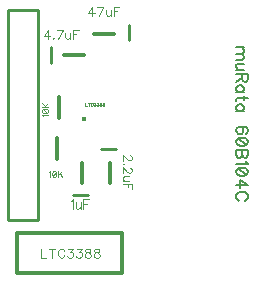
<source format=gbr>
G04 DipTrace 3.2.0.1*
G04 TopSilk.gbr*
%MOMM*%
G04 #@! TF.FileFunction,Legend,Top*
G04 #@! TF.Part,Single*
%ADD10C,0.25*%
%ADD14C,0.33*%
%ADD18C,0.3*%
%ADD20O,0.40001X0.39966*%
%ADD45C,0.15686*%
%ADD46C,0.07843*%
%ADD47C,0.11765*%
%ADD49C,0.03922*%
%FSLAX35Y35*%
G04*
G71*
G90*
G75*
G01*
G04 TopSilk*
%LPD*%
D20*
X714743Y1353169D3*
X438513Y1832690D2*
D10*
Y1962590D1*
X751377Y713200D2*
X621477D1*
X859577Y1097913D2*
X989477D1*
X67353Y500613D2*
X321353D1*
X67353Y2278613D2*
Y500613D1*
Y2278613D2*
X321353D1*
Y500613D1*
X1093073Y2153070D2*
Y2023170D1*
X146733Y389673D2*
D18*
X1035640D1*
Y56333D1*
X146733D1*
Y389673D1*
X488010Y1016670D2*
D14*
Y1191277D1*
X503883Y1365883D2*
Y1540490D1*
X694363Y810317D2*
Y984923D1*
X932463Y810317D2*
Y984923D1*
X972147Y2072247D2*
X797540D1*
X718173Y1897640D2*
X543567D1*
X2069231Y1962550D2*
D45*
X2001172D1*
X2049801D2*
X2064401Y1947950D1*
X2069231Y1938179D1*
Y1923691D1*
X2064401Y1913921D1*
X2049801Y1909091D1*
X2001172Y1909092D1*
X2049801Y1909091D2*
X2064401Y1894492D1*
X2069231Y1884721D1*
Y1870233D1*
X2064401Y1860462D1*
X2049801Y1855521D1*
X2001172D1*
X2069231Y1824148D2*
X2020601D1*
X2006114Y1819319D1*
X2001172Y1809548D1*
Y1794948D1*
X2006114Y1785290D1*
X2020601Y1770690D1*
X2069231D2*
X2001172D1*
X2054631Y1739317D2*
Y1695630D1*
X2059572Y1681030D1*
X2064401Y1676088D1*
X2074060Y1671259D1*
X2083831D1*
X2093489Y1676088D1*
X2098431Y1681030D1*
X2103260Y1695630D1*
Y1739317D1*
X2001172D1*
X2054631Y1705288D2*
X2001172Y1671259D1*
X2069231Y1581599D2*
X2001172D1*
X2054631D2*
X2064401Y1591257D1*
X2069231Y1601028D1*
Y1615516D1*
X2064401Y1625286D1*
X2054631Y1634945D1*
X2040031Y1639886D1*
X2030372D1*
X2015772Y1634945D1*
X2006114Y1625286D1*
X2001172Y1615516D1*
Y1601028D1*
X2006114Y1591257D1*
X2015772Y1581599D1*
X2103260Y1535626D2*
X2020601D1*
X2006114Y1530797D1*
X2001172Y1521026D1*
Y1511368D1*
X2069231Y1550226D2*
Y1516197D1*
Y1421707D2*
X2001172D1*
X2054631D2*
X2064401Y1431366D1*
X2069231Y1441137D1*
Y1455624D1*
X2064401Y1465395D1*
X2054631Y1475054D1*
X2040031Y1479995D1*
X2030372D1*
X2015772Y1475054D1*
X2006114Y1465395D1*
X2001172Y1455624D1*
Y1441137D1*
X2006114Y1431366D1*
X2015772Y1421707D1*
X2088660Y1233290D2*
X2098318Y1238119D1*
X2103148Y1252719D1*
Y1262378D1*
X2098318Y1276978D1*
X2083718Y1286748D1*
X2059460Y1291578D1*
X2035201D1*
X2015772Y1286749D1*
X2006001Y1276978D1*
X2001172Y1262378D1*
Y1257549D1*
X2006001Y1243061D1*
X2015772Y1233290D1*
X2030372Y1228461D1*
X2035201D1*
X2049801Y1233290D1*
X2059460Y1243061D1*
X2064289Y1257548D1*
Y1262378D1*
X2059460Y1276978D1*
X2049801Y1286749D1*
X2035201Y1291578D1*
X2103148Y1167888D2*
X2098318Y1182488D1*
X2083718Y1192259D1*
X2059460Y1197088D1*
X2044860D1*
X2020601Y1192259D1*
X2006001Y1182488D1*
X2001172Y1167888D1*
Y1158230D1*
X2006001Y1143630D1*
X2020601Y1133971D1*
X2044860Y1129030D1*
X2059460D1*
X2083718Y1133971D1*
X2098318Y1143630D1*
X2103148Y1158230D1*
Y1167888D1*
X2083718Y1133971D2*
X2020601Y1192259D1*
X2103260Y1097657D2*
X2001172D1*
Y1053857D1*
X2006114Y1039257D1*
X2010943Y1034428D1*
X2020601Y1029599D1*
X2035201D1*
X2044972Y1034428D1*
X2049801Y1039257D1*
X2054631Y1053857D1*
X2059572Y1039257D1*
X2064401Y1034428D1*
X2074060Y1029599D1*
X2083831D1*
X2093489Y1034428D1*
X2098431Y1039257D1*
X2103260Y1053857D1*
Y1097657D1*
X2054631D2*
Y1053857D1*
X2083718Y998226D2*
X2088660Y988455D1*
X2103148Y973855D1*
X2001172D1*
X2103148Y913283D2*
X2098318Y927883D1*
X2083718Y937654D1*
X2059460Y942483D1*
X2044860D1*
X2020601Y937654D1*
X2006001Y927883D1*
X2001172Y913283D1*
Y903624D1*
X2006001Y889024D1*
X2020601Y879366D1*
X2044860Y874424D1*
X2059460D1*
X2083718Y879366D1*
X2098318Y889024D1*
X2103148Y903624D1*
Y913283D1*
X2083718Y879366D2*
X2020601Y937654D1*
X2001172Y794423D2*
X2103148D1*
X2035201Y843052D1*
Y770164D1*
X2079001Y665904D2*
X2088660Y670733D1*
X2098431Y680504D1*
X2103260Y690162D1*
Y709592D1*
X2098431Y719362D1*
X2088660Y729021D1*
X2079001Y733962D1*
X2064401Y738792D1*
X2040031D1*
X2025543Y733962D1*
X2015772Y729021D1*
X2006114Y719362D1*
X2001172Y709592D1*
Y690162D1*
X2006114Y680504D1*
X2015772Y670733D1*
X2025543Y665904D1*
X352697Y258987D2*
D47*
Y182421D1*
X396413D1*
X445465Y258987D2*
Y182421D1*
X419943Y258987D2*
X470986D1*
X549182Y240793D2*
X545560Y248037D1*
X538232Y255365D1*
X530988Y258987D1*
X516416D1*
X509088Y255365D1*
X501844Y248037D1*
X498138Y240793D1*
X494516Y229843D1*
Y211565D1*
X498138Y200699D1*
X501844Y193371D1*
X509088Y186127D1*
X516416Y182421D1*
X530988D1*
X538232Y186127D1*
X545560Y193371D1*
X549182Y200699D1*
X580039Y258903D2*
X620049D1*
X598233Y229759D1*
X609183D1*
X616427Y226137D1*
X620049Y222515D1*
X623755Y211565D1*
Y204321D1*
X620049Y193371D1*
X612805Y186043D1*
X601855Y182421D1*
X590905D1*
X580039Y186043D1*
X576417Y189749D1*
X572711Y196993D1*
X654612Y258903D2*
X694622D1*
X672806Y229759D1*
X683756D1*
X691000Y226137D1*
X694622Y222515D1*
X698328Y211565D1*
Y204321D1*
X694622Y193371D1*
X687378Y186043D1*
X676428Y182421D1*
X665478D1*
X654612Y186043D1*
X650990Y189749D1*
X647284Y196993D1*
X740051Y258903D2*
X729186Y255281D1*
X725480Y248037D1*
Y240709D1*
X729186Y233465D1*
X736430Y229759D1*
X751001Y226137D1*
X761951Y222515D1*
X769195Y215187D1*
X772817Y207943D1*
Y196993D1*
X769195Y189749D1*
X765573Y186043D1*
X754623Y182421D1*
X740051D1*
X729186Y186043D1*
X725480Y189749D1*
X721858Y196993D1*
Y207943D1*
X725480Y215187D1*
X732808Y222515D1*
X743673Y226137D1*
X758245Y229759D1*
X765573Y233465D1*
X769195Y240709D1*
Y248037D1*
X765573Y255281D1*
X754623Y258903D1*
X740051D1*
X814540D2*
X803675Y255281D1*
X799969Y248037D1*
Y240709D1*
X803675Y233465D1*
X810919Y229759D1*
X825490Y226137D1*
X836440Y222515D1*
X843684Y215187D1*
X847306Y207943D1*
Y196993D1*
X843684Y189749D1*
X840062Y186043D1*
X829112Y182421D1*
X814540D1*
X803675Y186043D1*
X799969Y189749D1*
X796347Y196993D1*
Y207943D1*
X799969Y215187D1*
X807297Y222515D1*
X818162Y226137D1*
X832734Y229759D1*
X840062Y233465D1*
X843684Y240709D1*
Y248037D1*
X840062Y255281D1*
X829112Y258903D1*
X814540D1*
X368487Y1378895D2*
D46*
X366016Y1383781D1*
X358772Y1391081D1*
X409760D1*
X358772Y1421367D2*
X361187Y1414067D1*
X368487Y1409182D1*
X380616Y1406767D1*
X387916D1*
X400046Y1409182D1*
X407346Y1414067D1*
X409760Y1421367D1*
Y1426196D1*
X407345Y1433496D1*
X400045Y1438325D1*
X387916Y1440796D1*
X380616D1*
X368487Y1438325D1*
X361187Y1433496D1*
X358772Y1426196D1*
Y1421367D1*
X368487Y1438325D2*
X400046Y1409182D1*
X358716Y1456482D2*
X409760D1*
X358716Y1490512D2*
X392745Y1456482D1*
X380560Y1468612D2*
X409760Y1490512D1*
X786004Y2230083D2*
D47*
Y2306564D1*
X749532Y2255604D1*
X804198D1*
X842299Y2230083D2*
X878771Y2306564D1*
X827728D1*
X902301Y2281126D2*
Y2244654D1*
X905923Y2233789D1*
X913251Y2230083D1*
X924201D1*
X931445Y2233789D1*
X942395Y2244654D1*
Y2281126D2*
Y2230083D1*
X1013346Y2306648D2*
X965924D1*
Y2230083D1*
Y2270176D2*
X995068D1*
X417745Y906933D2*
D46*
X422630Y909403D1*
X429930Y916647D1*
Y865659D1*
X460217Y916647D2*
X452917Y914233D1*
X448031Y906933D1*
X445617Y894803D1*
Y887503D1*
X448031Y875374D1*
X452917Y868074D1*
X460217Y865659D1*
X465046D1*
X472346Y868074D1*
X477175Y875374D1*
X479646Y887503D1*
Y894803D1*
X477175Y906933D1*
X472346Y914233D1*
X465046Y916647D1*
X460217D1*
X477175Y906933D2*
X448031Y875374D1*
X495332Y916703D2*
Y865659D1*
X529361Y916703D2*
X495332Y882674D1*
X507461Y894859D2*
X529361Y865659D1*
X410455Y2034192D2*
D47*
Y2110674D1*
X373983Y2059714D1*
X428649D1*
X455800Y2041520D2*
X452178Y2037814D1*
X455800Y2034192D1*
X459506Y2037814D1*
X455800Y2041520D1*
X497608Y2034192D2*
X534079Y2110674D1*
X483036D1*
X557609Y2085236D2*
Y2048764D1*
X561231Y2037898D1*
X568559Y2034192D1*
X579509D1*
X586753Y2037898D1*
X597703Y2048764D1*
Y2085236D2*
Y2034192D1*
X668654Y2110758D2*
X621232D1*
Y2034192D1*
Y2074286D2*
X650376D1*
X603626Y660086D2*
X610954Y663792D1*
X621904Y674658D1*
Y598176D1*
X645433Y649220D2*
Y612748D1*
X649055Y601883D1*
X656383Y598176D1*
X667333D1*
X674577Y601883D1*
X685527Y612748D1*
Y649220D2*
Y598176D1*
X756478Y674742D2*
X709056D1*
Y598176D1*
Y638270D2*
X738200D1*
X1101481Y1049138D2*
X1105102D1*
X1112431Y1045516D1*
X1116052Y1041895D1*
X1119674Y1034566D1*
Y1019995D1*
X1116052Y1012751D1*
X1112430Y1009129D1*
X1105102Y1005423D1*
X1097858D1*
X1090530Y1009129D1*
X1079665Y1016373D1*
X1043193Y1052845D1*
Y1001801D1*
X1050521Y974650D2*
X1046815Y978272D1*
X1043193Y974650D1*
X1046815Y970943D1*
X1050521Y974650D1*
X1101480Y943708D2*
X1105102D1*
X1112430Y940086D1*
X1116052Y936464D1*
X1119674Y929136D1*
Y914564D1*
X1116052Y907320D1*
X1112430Y903698D1*
X1105102Y899992D1*
X1097858D1*
X1090530Y903698D1*
X1079665Y910942D1*
X1043193Y947414D1*
Y896370D1*
X1094237Y872841D2*
X1057765D1*
X1046899Y869219D1*
X1043193Y861891D1*
Y850941D1*
X1046899Y843697D1*
X1057765Y832747D1*
X1094237D2*
X1043193D1*
X1119759Y761796D2*
Y809218D1*
X1043193D1*
X1083287D2*
Y780074D1*
X722435Y1493341D2*
D49*
Y1467819D1*
X737007D1*
X753357Y1493341D2*
Y1467819D1*
X744850Y1493341D2*
X761865D1*
X787930Y1487277D2*
X786722Y1489691D1*
X784280Y1492134D1*
X781865Y1493341D1*
X777008D1*
X774565Y1492134D1*
X772150Y1489691D1*
X770915Y1487277D1*
X769708Y1483627D1*
Y1477534D1*
X770915Y1473912D1*
X772150Y1471469D1*
X774565Y1469055D1*
X777008Y1467819D1*
X781865D1*
X784280Y1469055D1*
X786722Y1471469D1*
X787930Y1473912D1*
X798215Y1493313D2*
X811552D1*
X804280Y1483599D1*
X807930D1*
X810345Y1482391D1*
X811552Y1481184D1*
X812787Y1477534D1*
Y1475119D1*
X811552Y1471469D1*
X809137Y1469027D1*
X805487Y1467819D1*
X801837D1*
X798215Y1469027D1*
X797008Y1470262D1*
X795773Y1472677D1*
X823073Y1493313D2*
X836410D1*
X829138Y1483599D1*
X832788D1*
X835202Y1482391D1*
X836410Y1481184D1*
X837645Y1477534D1*
Y1475119D1*
X836410Y1471469D1*
X833995Y1469027D1*
X830345Y1467819D1*
X826695D1*
X823073Y1469027D1*
X821866Y1470262D1*
X820630Y1472677D1*
X851553Y1493313D2*
X847931Y1492106D1*
X846696Y1489691D1*
Y1487249D1*
X847931Y1484834D1*
X850346Y1483599D1*
X855203Y1482391D1*
X858853Y1481184D1*
X861267Y1478741D1*
X862475Y1476327D1*
Y1472677D1*
X861267Y1470262D1*
X860060Y1469027D1*
X856410Y1467819D1*
X851553D1*
X847931Y1469027D1*
X846696Y1470262D1*
X845488Y1472677D1*
Y1476327D1*
X846696Y1478741D1*
X849138Y1481184D1*
X852760Y1482391D1*
X857617Y1483599D1*
X860060Y1484834D1*
X861267Y1487249D1*
Y1489691D1*
X860060Y1492106D1*
X856410Y1493313D1*
X851553D1*
X876383D2*
X872761Y1492106D1*
X871525Y1489691D1*
Y1487249D1*
X872761Y1484834D1*
X875175Y1483599D1*
X880033Y1482391D1*
X883683Y1481184D1*
X886097Y1478741D1*
X887304Y1476327D1*
Y1472677D1*
X886097Y1470262D1*
X884890Y1469027D1*
X881240Y1467819D1*
X876383D1*
X872761Y1469027D1*
X871525Y1470262D1*
X870318Y1472677D1*
Y1476327D1*
X871525Y1478741D1*
X873968Y1481184D1*
X877590Y1482391D1*
X882447Y1483599D1*
X884890Y1484834D1*
X886097Y1487249D1*
Y1489691D1*
X884890Y1492106D1*
X881240Y1493313D1*
X876383D1*
M02*

</source>
